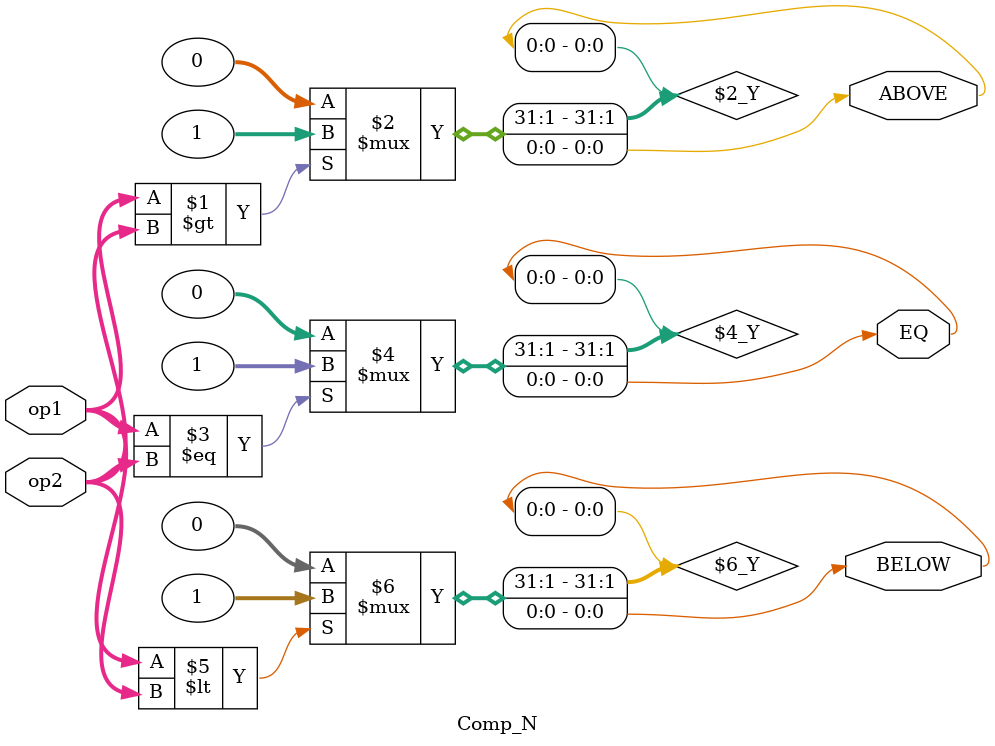
<source format=v>
module Comp_N(op1,op2,ABOVE,EQ,BELOW);
    parameter DEBUG=0;

    parameter BITWIDTH=8;
    input [BITWIDTH-1:0] op1;
    input [BITWIDTH-1:0] op2;
    output ABOVE;
    output EQ;
    output BELOW;

    assign ABOVE=op1>op2?1:0;
    assign EQ=op1==op2?1:0;
    assign BELOW=op1<op2?1:0;

    always@(*)begin
        if(DEBUG==1)
            $write("op1:%x,op2:%x,ABOVE:%b,EQ:%b,BELOW;:%b\n",
                op1,op2,ABOVE,EQ,BELOW);
    end
endmodule //Comp_N unsigned

</source>
